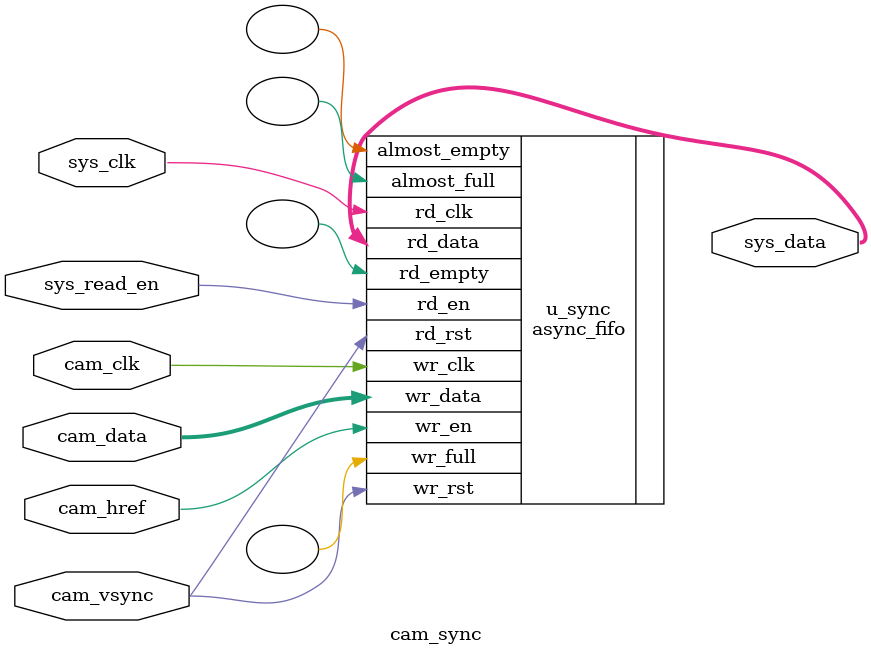
<source format=sv>
module cam_sync (
    input         cam_clk    ,
    input  [15:0] cam_data   ,
    input         cam_href   ,
    input         cam_vsync  ,
    input         sys_clk    ,
    input         sys_read_en,
    output [15:0] sys_data
);

    async_fifo u_sync (
        .wr_clk      (cam_clk    ),
        .wr_rst      (cam_vsync  ),
        .wr_en       (cam_href   ),
        .wr_data     (cam_data   ),
        .wr_full     (/*unused*/ ),
        .almost_full (/*unused*/ ),
        .rd_clk      (sys_clk    ),
        .rd_rst      (cam_vsync  ),
        .rd_en       (sys_read_en),
        .rd_data     (sys_data   ),
        .rd_empty    (/*unused*/ ),
        .almost_empty(/*unused*/ )
    );

endmodule : cam_sync

</source>
